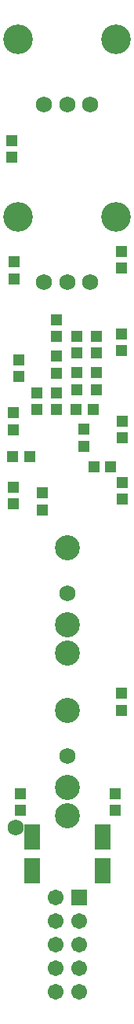
<source format=gbs>
G04 Layer_Color=16711935*
%FSLAX25Y25*%
%MOIN*%
G70*
G01*
G75*
%ADD37R,0.05131X0.05131*%
%ADD38C,0.10642*%
%ADD39C,0.06800*%
%ADD40C,0.12611*%
%ADD41R,0.06706X0.06706*%
%ADD42C,0.06706*%
%ADD43R,0.07099X0.11036*%
%ADD44R,0.05131X0.05131*%
D37*
X23000Y283957D02*
D03*
Y291043D02*
D03*
X48000Y82957D02*
D03*
Y90043D02*
D03*
X51000Y214957D02*
D03*
Y222043D02*
D03*
X4500Y220043D02*
D03*
Y212957D02*
D03*
X50500Y125457D02*
D03*
Y132543D02*
D03*
X51000Y240957D02*
D03*
Y248043D02*
D03*
X40000Y261457D02*
D03*
Y268543D02*
D03*
X31500Y268543D02*
D03*
Y261457D02*
D03*
X31500Y276957D02*
D03*
Y284043D02*
D03*
X50500Y277957D02*
D03*
Y285043D02*
D03*
X4000Y367043D02*
D03*
Y359957D02*
D03*
X50500Y320043D02*
D03*
Y312957D02*
D03*
X5000Y315543D02*
D03*
Y308457D02*
D03*
X17000Y217543D02*
D03*
Y210457D02*
D03*
X7500Y82957D02*
D03*
Y90043D02*
D03*
X4500Y244457D02*
D03*
Y251543D02*
D03*
X23000Y268457D02*
D03*
Y275543D02*
D03*
Y252957D02*
D03*
Y260043D02*
D03*
X34500Y237457D02*
D03*
Y244543D02*
D03*
X40000Y284043D02*
D03*
Y276957D02*
D03*
X14500Y260043D02*
D03*
Y252957D02*
D03*
X7000Y274043D02*
D03*
Y266957D02*
D03*
D38*
X27500Y149488D02*
D03*
Y161693D02*
D03*
Y194370D02*
D03*
Y80488D02*
D03*
Y92693D02*
D03*
Y125370D02*
D03*
D39*
Y175000D02*
D03*
X37343Y306941D02*
D03*
X17658D02*
D03*
X27500D02*
D03*
X37343Y382441D02*
D03*
X17658D02*
D03*
X27500D02*
D03*
Y106000D02*
D03*
X5500Y75500D02*
D03*
D40*
X6634Y334500D02*
D03*
X48366D02*
D03*
X6634Y410000D02*
D03*
X48366D02*
D03*
D41*
X32500Y46000D02*
D03*
D42*
X22500D02*
D03*
X32500Y36000D02*
D03*
X22500D02*
D03*
X32500Y26000D02*
D03*
X22500D02*
D03*
X32500Y16000D02*
D03*
X22500D02*
D03*
X32500Y6000D02*
D03*
X22500D02*
D03*
D43*
X12500Y71500D02*
D03*
Y57327D02*
D03*
X42500Y57413D02*
D03*
Y71587D02*
D03*
D44*
X11543Y233000D02*
D03*
X4457D02*
D03*
X38543Y253000D02*
D03*
X31457D02*
D03*
X38957Y228500D02*
D03*
X46043D02*
D03*
M02*

</source>
